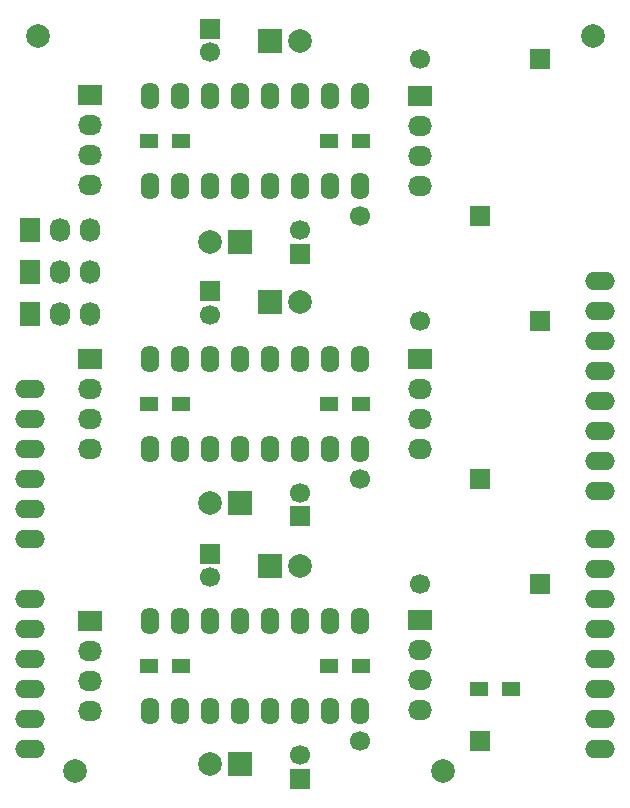
<source format=gbs>
G04 #@! TF.FileFunction,Soldermask,Bot*
%FSLAX46Y46*%
G04 Gerber Fmt 4.6, Leading zero omitted, Abs format (unit mm)*
G04 Created by KiCad (PCBNEW 4.0.2+e4-6225~38~ubuntu16.04.1-stable) date Mo 27 Jun 2016 13:05:28 CEST*
%MOMM*%
G01*
G04 APERTURE LIST*
%ADD10C,0.100000*%
%ADD11O,2.540000X1.524000*%
%ADD12C,2.000000*%
%ADD13R,1.700000X1.700000*%
%ADD14C,1.700000*%
%ADD15C,1.699260*%
%ADD16R,1.699260X1.699260*%
%ADD17R,2.000000X2.000000*%
%ADD18O,1.600000X2.300000*%
%ADD19R,2.032000X1.727200*%
%ADD20O,2.032000X1.727200*%
%ADD21R,1.500000X1.300000*%
%ADD22R,1.727200X2.032000*%
%ADD23O,1.727200X2.032000*%
G04 APERTURE END LIST*
D10*
D11*
X83820000Y-130810000D03*
X83820000Y-128270000D03*
X83820000Y-125730000D03*
X83820000Y-118110000D03*
X83820000Y-120650000D03*
X83820000Y-123190000D03*
X83820000Y-113030000D03*
X83820000Y-110490000D03*
X83820000Y-107950000D03*
X83820000Y-102870000D03*
X83820000Y-100330000D03*
X132080000Y-130810000D03*
X132080000Y-128270000D03*
X132080000Y-125730000D03*
X132080000Y-123190000D03*
X132080000Y-120650000D03*
X132080000Y-118110000D03*
X132080000Y-115570000D03*
X132080000Y-113030000D03*
X132080000Y-108966000D03*
X132080000Y-106426000D03*
X132080000Y-103886000D03*
X132080000Y-101346000D03*
X132080000Y-98806000D03*
X132080000Y-96266000D03*
X132080000Y-93726000D03*
X132080000Y-91186000D03*
X83820000Y-105410000D03*
D12*
X131445000Y-70485000D03*
X118745000Y-132715000D03*
X84455000Y-70485000D03*
X87630000Y-132715000D03*
D13*
X99060000Y-114300000D03*
D14*
X99060000Y-116300000D03*
D13*
X99060000Y-92075000D03*
D14*
X99060000Y-94075000D03*
D13*
X106680000Y-133350000D03*
D14*
X106680000Y-131350000D03*
D13*
X106680000Y-111125000D03*
D14*
X106680000Y-109125000D03*
D13*
X99060000Y-69850000D03*
D14*
X99060000Y-71850000D03*
D13*
X106680000Y-88900000D03*
D14*
X106680000Y-86900000D03*
D15*
X111759480Y-130177540D03*
D16*
X121919480Y-130177540D03*
D15*
X111759480Y-107952540D03*
D16*
X121919480Y-107952540D03*
D15*
X111759480Y-85727540D03*
D16*
X121919480Y-85727540D03*
D15*
X116839480Y-116842540D03*
D16*
X126999480Y-116842540D03*
D15*
X116839480Y-94617540D03*
D16*
X126999480Y-94617540D03*
D15*
X116839480Y-72392540D03*
D16*
X126999480Y-72392540D03*
D17*
X101600000Y-132080000D03*
D12*
X99060000Y-132080000D03*
D17*
X101600000Y-109982000D03*
D12*
X99060000Y-109982000D03*
D17*
X101600000Y-87884000D03*
D12*
X99060000Y-87884000D03*
D17*
X104140000Y-70866000D03*
D12*
X106680000Y-70866000D03*
D18*
X93980000Y-127635000D03*
X96520000Y-127635000D03*
X99060000Y-127635000D03*
X101600000Y-127635000D03*
X104140000Y-127635000D03*
X106680000Y-127635000D03*
X109220000Y-127635000D03*
X111760000Y-127635000D03*
X111760000Y-120015000D03*
X109220000Y-120015000D03*
X106680000Y-120015000D03*
X104140000Y-120015000D03*
X101600000Y-120015000D03*
X99060000Y-120015000D03*
X96520000Y-120015000D03*
X93980000Y-120015000D03*
X93980000Y-105410000D03*
X96520000Y-105410000D03*
X99060000Y-105410000D03*
X101600000Y-105410000D03*
X104140000Y-105410000D03*
X106680000Y-105410000D03*
X109220000Y-105410000D03*
X111760000Y-105410000D03*
X111760000Y-97790000D03*
X109220000Y-97790000D03*
X106680000Y-97790000D03*
X104140000Y-97790000D03*
X101600000Y-97790000D03*
X99060000Y-97790000D03*
X96520000Y-97790000D03*
X93980000Y-97790000D03*
X93980000Y-83185000D03*
X96520000Y-83185000D03*
X99060000Y-83185000D03*
X101600000Y-83185000D03*
X104140000Y-83185000D03*
X106680000Y-83185000D03*
X109220000Y-83185000D03*
X111760000Y-83185000D03*
X111760000Y-75565000D03*
X109220000Y-75565000D03*
X106680000Y-75565000D03*
X104140000Y-75565000D03*
X101600000Y-75565000D03*
X99060000Y-75565000D03*
X96520000Y-75565000D03*
X93980000Y-75565000D03*
D19*
X88900000Y-120015000D03*
D20*
X88900000Y-122555000D03*
X88900000Y-125095000D03*
X88900000Y-127635000D03*
D19*
X88900000Y-97790000D03*
D20*
X88900000Y-100330000D03*
X88900000Y-102870000D03*
X88900000Y-105410000D03*
D19*
X88900000Y-75438000D03*
D20*
X88900000Y-77978000D03*
X88900000Y-80518000D03*
X88900000Y-83058000D03*
D19*
X116840000Y-119888000D03*
D20*
X116840000Y-122428000D03*
X116840000Y-124968000D03*
X116840000Y-127508000D03*
D19*
X116840000Y-97790000D03*
D20*
X116840000Y-100330000D03*
X116840000Y-102870000D03*
X116840000Y-105410000D03*
D19*
X116840000Y-75565000D03*
D20*
X116840000Y-78105000D03*
X116840000Y-80645000D03*
X116840000Y-83185000D03*
D21*
X124540000Y-125730000D03*
X121840000Y-125730000D03*
D17*
X104140000Y-115316000D03*
D12*
X106680000Y-115316000D03*
D17*
X104140000Y-92964000D03*
D12*
X106680000Y-92964000D03*
D21*
X96600000Y-101600000D03*
X93900000Y-101600000D03*
X96600000Y-79375000D03*
X93900000Y-79375000D03*
X96600000Y-123825000D03*
X93900000Y-123825000D03*
X109140000Y-123825000D03*
X111840000Y-123825000D03*
X109140000Y-101600000D03*
X111840000Y-101600000D03*
X109140000Y-79375000D03*
X111840000Y-79375000D03*
D22*
X83820000Y-86868000D03*
D23*
X86360000Y-86868000D03*
X88900000Y-86868000D03*
D22*
X83820000Y-90424000D03*
D23*
X86360000Y-90424000D03*
X88900000Y-90424000D03*
D22*
X83820000Y-93980000D03*
D23*
X86360000Y-93980000D03*
X88900000Y-93980000D03*
M02*

</source>
